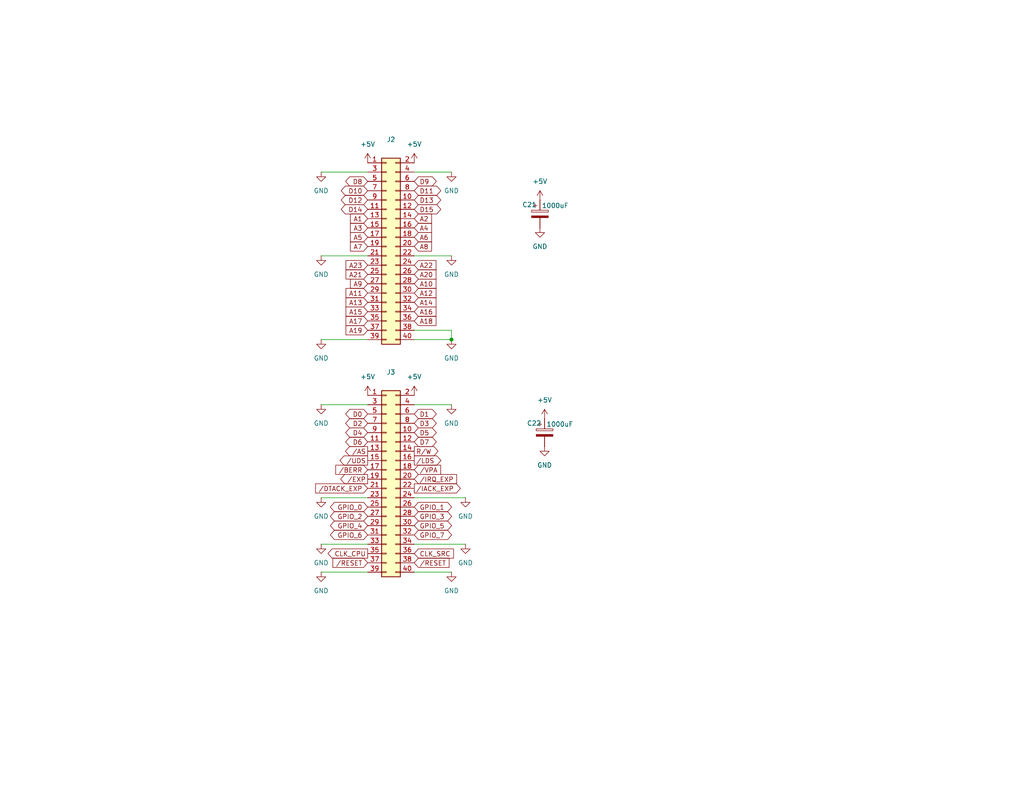
<source format=kicad_sch>
(kicad_sch (version 20231120) (generator "eeschema") (generator_version "8.0")
  (paper "A")
  (lib_symbols
    (symbol "Connector_Generic:Conn_02x20_Odd_Even" (pin_names (offset 1.016) hide)
      (property "Reference" "J" (at 1.27 25.4 0))
      (property "Value" "Conn_02x20_Odd_Even" (at 1.27 -27.94 0))
      (symbol "Conn_02x20_Odd_Even_1_1"
        (rectangle (start -1.27 -25.273) (end 0 -25.527) (stroke (width 0.1524)))
        (rectangle (start -1.27 -22.733) (end 0 -22.987) (stroke (width 0.1524)))
        (rectangle (start -1.27 -20.193) (end 0 -20.447) (stroke (width 0.1524)))
        (rectangle (start -1.27 -17.653) (end 0 -17.907) (stroke (width 0.1524)))
        (rectangle (start -1.27 -15.113) (end 0 -15.367) (stroke (width 0.1524)))
        (rectangle (start -1.27 -12.573) (end 0 -12.827) (stroke (width 0.1524)))
        (rectangle (start -1.27 -10.033) (end 0 -10.287) (stroke (width 0.1524)))
        (rectangle (start -1.27 -7.493) (end 0 -7.747) (stroke (width 0.1524)))
        (rectangle (start -1.27 -4.953) (end 0 -5.207) (stroke (width 0.1524)))
        (rectangle (start -1.27 -2.413) (end 0 -2.667) (stroke (width 0.1524)))
        (rectangle (start -1.27 0.127) (end 0 -0.127) (stroke (width 0.1524)))
        (rectangle (start -1.27 2.667) (end 0 2.413) (stroke (width 0.1524)))
        (rectangle (start -1.27 5.207) (end 0 4.953) (stroke (width 0.1524)))
        (rectangle (start -1.27 7.747) (end 0 7.493) (stroke (width 0.1524)))
        (rectangle (start -1.27 10.287) (end 0 10.033) (stroke (width 0.1524)))
        (rectangle (start -1.27 12.827) (end 0 12.573) (stroke (width 0.1524)))
        (rectangle (start -1.27 15.367) (end 0 15.113) (stroke (width 0.1524)))
        (rectangle (start -1.27 17.907) (end 0 17.653) (stroke (width 0.1524)))
        (rectangle (start -1.27 20.447) (end 0 20.193) (stroke (width 0.1524)))
        (rectangle (start -1.27 22.987) (end 0 22.733) (stroke (width 0.1524)))
        (rectangle (start -1.27 24.13) (end 3.81 -26.67) (stroke (width 0.254)) (fill (type background)))
        (rectangle (start 3.81 -25.273) (end 2.54 -25.527) (stroke (width 0.1524)))
        (rectangle (start 3.81 -22.733) (end 2.54 -22.987) (stroke (width 0.1524)))
        (rectangle (start 3.81 -20.193) (end 2.54 -20.447) (stroke (width 0.1524)))
        (rectangle (start 3.81 -17.653) (end 2.54 -17.907) (stroke (width 0.1524)))
        (rectangle (start 3.81 -15.113) (end 2.54 -15.367) (stroke (width 0.1524)))
        (rectangle (start 3.81 -12.573) (end 2.54 -12.827) (stroke (width 0.1524)))
        (rectangle (start 3.81 -10.033) (end 2.54 -10.287) (stroke (width 0.1524)))
        (rectangle (start 3.81 -7.493) (end 2.54 -7.747) (stroke (width 0.1524)))
        (rectangle (start 3.81 -4.953) (end 2.54 -5.207) (stroke (width 0.1524)))
        (rectangle (start 3.81 -2.413) (end 2.54 -2.667) (stroke (width 0.1524)))
        (rectangle (start 3.81 0.127) (end 2.54 -0.127) (stroke (width 0.1524)))
        (rectangle (start 3.81 2.667) (end 2.54 2.413) (stroke (width 0.1524)))
        (rectangle (start 3.81 5.207) (end 2.54 4.953) (stroke (width 0.1524)))
        (rectangle (start 3.81 7.747) (end 2.54 7.493) (stroke (width 0.1524)))
        (rectangle (start 3.81 10.287) (end 2.54 10.033) (stroke (width 0.1524)))
        (rectangle (start 3.81 12.827) (end 2.54 12.573) (stroke (width 0.1524)))
        (rectangle (start 3.81 15.367) (end 2.54 15.113) (stroke (width 0.1524)))
        (rectangle (start 3.81 17.907) (end 2.54 17.653) (stroke (width 0.1524)))
        (rectangle (start 3.81 20.447) (end 2.54 20.193) (stroke (width 0.1524)))
        (rectangle (start 3.81 22.987) (end 2.54 22.733) (stroke (width 0.1524)))
        (pin passive line (at -5.08 22.86 0) (length 3.81) (name "Pin_1") (number "1"))
        (pin passive line (at 7.62 12.7 180) (length 3.81) (name "Pin_10") (number "10"))
        (pin passive line (at -5.08 10.16 0) (length 3.81) (name "Pin_11") (number "11"))
        (pin passive line (at 7.62 10.16 180) (length 3.81) (name "Pin_12") (number "12"))
        (pin passive line (at -5.08 7.62 0) (length 3.81) (name "Pin_13") (number "13"))
        (pin passive line (at 7.62 7.62 180) (length 3.81) (name "Pin_14") (number "14"))
        (pin passive line (at -5.08 5.08 0) (length 3.81) (name "Pin_15") (number "15"))
        (pin passive line (at 7.62 5.08 180) (length 3.81) (name "Pin_16") (number "16"))
        (pin passive line (at -5.08 2.54 0) (length 3.81) (name "Pin_17") (number "17"))
        (pin passive line (at 7.62 2.54 180) (length 3.81) (name "Pin_18") (number "18"))
        (pin passive line (at -5.08 0 0) (length 3.81) (name "Pin_19") (number "19"))
        (pin passive line (at 7.62 22.86 180) (length 3.81) (name "Pin_2") (number "2"))
        (pin passive line (at 7.62 0 180) (length 3.81) (name "Pin_20") (number "20"))
        (pin passive line (at -5.08 -2.54 0) (length 3.81) (name "Pin_21") (number "21"))
        (pin passive line (at 7.62 -2.54 180) (length 3.81) (name "Pin_22") (number "22"))
        (pin passive line (at -5.08 -5.08 0) (length 3.81) (name "Pin_23") (number "23"))
        (pin passive line (at 7.62 -5.08 180) (length 3.81) (name "Pin_24") (number "24"))
        (pin passive line (at -5.08 -7.62 0) (length 3.81) (name "Pin_25") (number "25"))
        (pin passive line (at 7.62 -7.62 180) (length 3.81) (name "Pin_26") (number "26"))
        (pin passive line (at -5.08 -10.16 0) (length 3.81) (name "Pin_27") (number "27"))
        (pin passive line (at 7.62 -10.16 180) (length 3.81) (name "Pin_28") (number "28"))
        (pin passive line (at -5.08 -12.7 0) (length 3.81) (name "Pin_29") (number "29"))
        (pin passive line (at -5.08 20.32 0) (length 3.81) (name "Pin_3") (number "3"))
        (pin passive line (at 7.62 -12.7 180) (length 3.81) (name "Pin_30") (number "30"))
        (pin passive line (at -5.08 -15.24 0) (length 3.81) (name "Pin_31") (number "31"))
        (pin passive line (at 7.62 -15.24 180) (length 3.81) (name "Pin_32") (number "32"))
        (pin passive line (at -5.08 -17.78 0) (length 3.81) (name "Pin_33") (number "33"))
        (pin passive line (at 7.62 -17.78 180) (length 3.81) (name "Pin_34") (number "34"))
        (pin passive line (at -5.08 -20.32 0) (length 3.81) (name "Pin_35") (number "35"))
        (pin passive line (at 7.62 -20.32 180) (length 3.81) (name "Pin_36") (number "36"))
        (pin passive line (at -5.08 -22.86 0) (length 3.81) (name "Pin_37") (number "37"))
        (pin passive line (at 7.62 -22.86 180) (length 3.81) (name "Pin_38") (number "38"))
        (pin passive line (at -5.08 -25.4 0) (length 3.81) (name "Pin_39") (number "39"))
        (pin passive line (at 7.62 20.32 180) (length 3.81) (name "Pin_4") (number "4"))
        (pin passive line (at 7.62 -25.4 180) (length 3.81) (name "Pin_40") (number "40"))
        (pin passive line (at -5.08 17.78 0) (length 3.81) (name "Pin_5") (number "5"))
        (pin passive line (at 7.62 17.78 180) (length 3.81) (name "Pin_6") (number "6"))
        (pin passive line (at -5.08 15.24 0) (length 3.81) (name "Pin_7") (number "7"))
        (pin passive line (at 7.62 15.24 180) (length 3.81) (name "Pin_8") (number "8"))
        (pin passive line (at -5.08 12.7 0) (length 3.81) (name "Pin_9") (number "9"))
      )
    )
    (symbol "Device:C_Polarized" (pin_numbers hide) (pin_names (offset 0.254))
      (property "Reference" "C" (at 0.635 2.54 0))
      (property "Value" "C_Polarized" (at 0.635 -2.54 0))
      (symbol "C_Polarized_0_1"
        (rectangle (start -2.286 0.508) (end 2.286 1.016))
        (polyline (pts (xy -1.778 2.286) (xy -0.762 2.286)))
        (polyline (pts (xy -1.27 2.794) (xy -1.27 1.778)))
        (rectangle (start 2.286 -0.508) (end -2.286 -1.016) (fill (type outline)))
      )
      (symbol "C_Polarized_1_1"
        (pin passive line (at 0 3.81 270) (length 2.794) (name "~") (number "1"))
        (pin passive line (at 0 -3.81 90) (length 2.794) (name "~") (number "2"))
      )
    )
    (symbol "power:+5V" (power) (pin_numbers hide) (pin_names (offset 0) hide)
      (property "Value" "+5V" (at 0 3.556 0))
      (symbol "+5V_0_1"
        (polyline (pts (xy -0.762 1.27) (xy 0 2.54)))
        (polyline (pts (xy 0 0) (xy 0 2.54)))
        (polyline (pts (xy 0 2.54) (xy 0.762 1.27)))
      )
      (symbol "+5V_1_1"
        (pin power_in line (at 0 0 90) (length 0) (name "~") (number "1"))
      )
    )
    (symbol "power:GND" (power) (pin_numbers hide) (pin_names (offset 0) hide)
      (property "Value" "GND" (at 0 -3.81 0))
      (symbol "GND_0_1"
        (polyline (pts (xy 0 0) (xy 0 -1.27) (xy 1.27 -1.27) (xy 0 -2.54) (xy -1.27 -1.27) (xy 0 -1.27)))
      )
      (symbol "GND_1_1"
        (pin power_in line (at 0 0 270) (length 0) (name "~") (number "1"))
      )
    )
  )
  (junction (at 123.19 92.71))
  (wire (pts (xy 113.03 92.71) (xy 123.19 92.71)))
  (wire (pts (xy 113.03 135.89) (xy 127 135.89)))
  (wire (pts (xy 123.19 90.17) (xy 123.19 92.71)))
  (wire (pts (xy 87.63 135.89) (xy 100.33 135.89)))
  (wire (pts (xy 113.03 148.59) (xy 127 148.59)))
  (wire (pts (xy 113.03 69.85) (xy 123.19 69.85)))
  (wire (pts (xy 113.03 156.21) (xy 123.19 156.21)))
  (wire (pts (xy 87.63 69.85) (xy 100.33 69.85)))
  (wire (pts (xy 87.63 92.71) (xy 100.33 92.71)))
  (wire (pts (xy 113.03 46.99) (xy 123.19 46.99)))
  (wire (pts (xy 113.03 110.49) (xy 123.19 110.49)))
  (wire (pts (xy 87.63 148.59) (xy 100.33 148.59)))
  (wire (pts (xy 87.63 156.21) (xy 100.33 156.21)))
  (wire (pts (xy 87.63 110.49) (xy 100.33 110.49)))
  (wire (pts (xy 113.03 90.17) (xy 123.19 90.17)))
  (wire (pts (xy 87.63 46.99) (xy 100.33 46.99)))
  (global_label "{slash}LDS" (shape output) (at 113.03 125.73 0) (property "Intersheetrefs" "${INTERSHEET_REFS}" (effects (hide yes))))
  (global_label "{slash}VPA" (shape input) (at 113.03 128.27 0) (property "Intersheetrefs" "${INTERSHEET_REFS}" (effects (hide yes))))
  (global_label "A4" (shape input) (at 113.03 62.23 0) (property "Intersheetrefs" "${INTERSHEET_REFS}" (effects (hide yes))))
  (global_label "A17" (shape input) (at 100.33 87.63 180) (property "Intersheetrefs" "${INTERSHEET_REFS}" (effects (hide yes))))
  (global_label "{slash}DTACK_EXP" (shape input) (at 100.33 133.35 180) (property "Intersheetrefs" "${INTERSHEET_REFS}" (effects (hide yes))))
  (global_label "GPIO_1" (shape bidirectional) (at 113.03 138.43 0) (property "Intersheetrefs" "${INTERSHEET_REFS}" (effects (hide yes))))
  (global_label "D14" (shape bidirectional) (at 100.33 57.15 180) (property "Intersheetrefs" "${INTERSHEET_REFS}" (effects (hide yes))))
  (global_label "A23" (shape input) (at 100.33 72.39 180) (property "Intersheetrefs" "${INTERSHEET_REFS}" (effects (hide yes))))
  (global_label "D10" (shape bidirectional) (at 100.33 52.07 180) (property "Intersheetrefs" "${INTERSHEET_REFS}" (effects (hide yes))))
  (global_label "A9" (shape input) (at 100.33 77.47 180) (property "Intersheetrefs" "${INTERSHEET_REFS}" (effects (hide yes))))
  (global_label "A10" (shape input) (at 113.03 77.47 0) (property "Intersheetrefs" "${INTERSHEET_REFS}" (effects (hide yes))))
  (global_label "A3" (shape input) (at 100.33 62.23 180) (property "Intersheetrefs" "${INTERSHEET_REFS}" (effects (hide yes))))
  (global_label "CLK_SRC" (shape input) (at 113.03 151.13 0) (property "Intersheetrefs" "${INTERSHEET_REFS}" (effects (hide yes))))
  (global_label "A13" (shape input) (at 100.33 82.55 180) (property "Intersheetrefs" "${INTERSHEET_REFS}" (effects (hide yes))))
  (global_label "{slash}IRQ_EXP" (shape input) (at 113.03 130.81 0) (property "Intersheetrefs" "${INTERSHEET_REFS}" (effects (hide yes))))
  (global_label "GPIO_0" (shape bidirectional) (at 100.33 138.43 180) (property "Intersheetrefs" "${INTERSHEET_REFS}" (effects (hide yes))))
  (global_label "GPIO_6" (shape bidirectional) (at 100.33 146.05 180) (property "Intersheetrefs" "${INTERSHEET_REFS}" (effects (hide yes))))
  (global_label "D1" (shape bidirectional) (at 113.03 113.03 0) (property "Intersheetrefs" "${INTERSHEET_REFS}" (effects (hide yes))))
  (global_label "GPIO_4" (shape bidirectional) (at 100.33 143.51 180) (property "Intersheetrefs" "${INTERSHEET_REFS}" (effects (hide yes))))
  (global_label "{slash}EXP" (shape output) (at 100.33 130.81 180) (property "Intersheetrefs" "${INTERSHEET_REFS}" (effects (hide yes))))
  (global_label "D12" (shape bidirectional) (at 100.33 54.61 180) (property "Intersheetrefs" "${INTERSHEET_REFS}" (effects (hide yes))))
  (global_label "A8" (shape input) (at 113.03 67.31 0) (property "Intersheetrefs" "${INTERSHEET_REFS}" (effects (hide yes))))
  (global_label "D6" (shape bidirectional) (at 100.33 120.65 180) (property "Intersheetrefs" "${INTERSHEET_REFS}" (effects (hide yes))))
  (global_label "A14" (shape input) (at 113.03 82.55 0) (property "Intersheetrefs" "${INTERSHEET_REFS}" (effects (hide yes))))
  (global_label "D0" (shape bidirectional) (at 100.33 113.03 180) (property "Intersheetrefs" "${INTERSHEET_REFS}" (effects (hide yes))))
  (global_label "A12" (shape input) (at 113.03 80.01 0) (property "Intersheetrefs" "${INTERSHEET_REFS}" (effects (hide yes))))
  (global_label "A15" (shape input) (at 100.33 85.09 180) (property "Intersheetrefs" "${INTERSHEET_REFS}" (effects (hide yes))))
  (global_label "D11" (shape bidirectional) (at 113.03 52.07 0) (property "Intersheetrefs" "${INTERSHEET_REFS}" (effects (hide yes))))
  (global_label "{slash}AS" (shape output) (at 100.33 123.19 180) (property "Intersheetrefs" "${INTERSHEET_REFS}" (effects (hide yes))))
  (global_label "D2" (shape bidirectional) (at 100.33 115.57 180) (property "Intersheetrefs" "${INTERSHEET_REFS}" (effects (hide yes))))
  (global_label "A2" (shape input) (at 113.03 59.69 0) (property "Intersheetrefs" "${INTERSHEET_REFS}" (effects (hide yes))))
  (global_label "A6" (shape input) (at 113.03 64.77 0) (property "Intersheetrefs" "${INTERSHEET_REFS}" (effects (hide yes))))
  (global_label "D9" (shape bidirectional) (at 113.03 49.53 0) (property "Intersheetrefs" "${INTERSHEET_REFS}" (effects (hide yes))))
  (global_label "{slash}IACK_EXP" (shape output) (at 113.03 133.35 0) (property "Intersheetrefs" "${INTERSHEET_REFS}" (effects (hide yes))))
  (global_label "D8" (shape bidirectional) (at 100.33 49.53 180) (property "Intersheetrefs" "${INTERSHEET_REFS}" (effects (hide yes))))
  (global_label "D13" (shape bidirectional) (at 113.03 54.61 0) (property "Intersheetrefs" "${INTERSHEET_REFS}" (effects (hide yes))))
  (global_label "D15" (shape bidirectional) (at 113.03 57.15 0) (property "Intersheetrefs" "${INTERSHEET_REFS}" (effects (hide yes))))
  (global_label "{slash}BERR" (shape input) (at 100.33 128.27 180) (property "Intersheetrefs" "${INTERSHEET_REFS}" (effects (hide yes))))
  (global_label "A20" (shape input) (at 113.03 74.93 0) (property "Intersheetrefs" "${INTERSHEET_REFS}" (effects (hide yes))))
  (global_label "GPIO_3" (shape bidirectional) (at 113.03 140.97 0) (property "Intersheetrefs" "${INTERSHEET_REFS}" (effects (hide yes))))
  (global_label "{slash}RESET" (shape input) (at 100.33 153.67 180) (property "Intersheetrefs" "${INTERSHEET_REFS}" (effects (hide yes))))
  (global_label "D5" (shape bidirectional) (at 113.03 118.11 0) (property "Intersheetrefs" "${INTERSHEET_REFS}" (effects (hide yes))))
  (global_label "GPIO_7" (shape bidirectional) (at 113.03 146.05 0) (property "Intersheetrefs" "${INTERSHEET_REFS}" (effects (hide yes))))
  (global_label "A21" (shape input) (at 100.33 74.93 180) (property "Intersheetrefs" "${INTERSHEET_REFS}" (effects (hide yes))))
  (global_label "D3" (shape bidirectional) (at 113.03 115.57 0) (property "Intersheetrefs" "${INTERSHEET_REFS}" (effects (hide yes))))
  (global_label "GPIO_5" (shape bidirectional) (at 113.03 143.51 0) (property "Intersheetrefs" "${INTERSHEET_REFS}" (effects (hide yes))))
  (global_label "A22" (shape input) (at 113.03 72.39 0) (property "Intersheetrefs" "${INTERSHEET_REFS}" (effects (hide yes))))
  (global_label "A11" (shape input) (at 100.33 80.01 180) (property "Intersheetrefs" "${INTERSHEET_REFS}" (effects (hide yes))))
  (global_label "A1" (shape input) (at 100.33 59.69 180) (property "Intersheetrefs" "${INTERSHEET_REFS}" (effects (hide yes))))
  (global_label "GPIO_2" (shape bidirectional) (at 100.33 140.97 180) (property "Intersheetrefs" "${INTERSHEET_REFS}" (effects (hide yes))))
  (global_label "D7" (shape bidirectional) (at 113.03 120.65 0) (property "Intersheetrefs" "${INTERSHEET_REFS}" (effects (hide yes))))
  (global_label "A18" (shape input) (at 113.03 87.63 0) (property "Intersheetrefs" "${INTERSHEET_REFS}" (effects (hide yes))))
  (global_label "A7" (shape input) (at 100.33 67.31 180) (property "Intersheetrefs" "${INTERSHEET_REFS}" (effects (hide yes))))
  (global_label "A5" (shape input) (at 100.33 64.77 180) (property "Intersheetrefs" "${INTERSHEET_REFS}" (effects (hide yes))))
  (global_label "D4" (shape bidirectional) (at 100.33 118.11 180) (property "Intersheetrefs" "${INTERSHEET_REFS}" (effects (hide yes))))
  (global_label "A19" (shape input) (at 100.33 90.17 180) (property "Intersheetrefs" "${INTERSHEET_REFS}" (effects (hide yes))))
  (global_label "{slash}UDS" (shape output) (at 100.33 125.73 180) (property "Intersheetrefs" "${INTERSHEET_REFS}" (effects (hide yes))))
  (global_label "R{slash}W" (shape output) (at 113.03 123.19 0) (property "Intersheetrefs" "${INTERSHEET_REFS}" (effects (hide yes))))
  (global_label "A16" (shape input) (at 113.03 85.09 0) (property "Intersheetrefs" "${INTERSHEET_REFS}" (effects (hide yes))))
  (global_label "{slash}RESET" (shape input) (at 113.03 153.67 0) (property "Intersheetrefs" "${INTERSHEET_REFS}" (effects (hide yes))))
  (global_label "CLK_CPU" (shape output) (at 100.33 151.13 180) (property "Intersheetrefs" "${INTERSHEET_REFS}" (effects (hide yes))))
  (symbol (lib_id "power:GND") (at 123.19 46.99 0) (unit 1)
    (property "Reference" "#PWR074" (effects (hide yes)))
    (property "Value" "GND" (at 123.19 52.07 0))
    (property "Description" "Power symbol creates a global label with name \"GND\" , ground" (effects (hide yes)))
  )
  (symbol (lib_id "power:GND") (at 127 135.89 0) (unit 1)
    (property "Reference" "#PWR090" (effects (hide yes)))
    (property "Value" "GND" (at 127 140.97 0))
    (property "Description" "Power symbol creates a global label with name \"GND\" , ground" (effects (hide yes)))
  )
  (symbol (lib_id "power:+5V") (at 100.33 107.95 0) (unit 1)
    (property "Reference" "#PWR081" (effects (hide yes)))
    (property "Value" "+5V" (at 100.33 102.87 0))
    (property "Description" "Power symbol creates a global label with name \"+5V\"" (effects (hide yes)))
  )
  (symbol (lib_id "power:GND") (at 123.19 92.71 0) (unit 1)
    (property "Reference" "#PWR078" (effects (hide yes)))
    (property "Value" "GND" (at 123.19 97.79 0))
    (property "Description" "Power symbol creates a global label with name \"GND\" , ground" (effects (hide yes)))
  )
  (symbol (lib_id "power:+5V") (at 113.03 44.45 0) (unit 1)
    (property "Reference" "#PWR072" (effects (hide yes)))
    (property "Value" "+5V" (at 113.03 39.37 0))
    (property "Description" "Power symbol creates a global label with name \"+5V\"" (effects (hide yes)))
  )
  (symbol (lib_id "power:+5V") (at 148.59 114.3 0) (unit 1)
    (property "Reference" "#PWR087" (effects (hide yes)))
    (property "Value" "+5V" (at 148.59 109.22 0))
    (property "Description" "Power symbol creates a global label with name \"+5V\"" (effects (hide yes)))
  )
  (symbol (lib_id "power:+5V") (at 113.03 107.95 0) (unit 1)
    (property "Reference" "#PWR082" (effects (hide yes)))
    (property "Value" "+5V" (at 113.03 102.87 0))
    (property "Description" "Power symbol creates a global label with name \"+5V\"" (effects (hide yes)))
  )
  (symbol (lib_id "power:GND") (at 147.32 62.23 0) (unit 1)
    (property "Reference" "#PWR086" (effects (hide yes)))
    (property "Value" "GND" (at 147.32 67.31 0))
    (property "Description" "Power symbol creates a global label with name \"GND\" , ground" (effects (hide yes)))
  )
  (symbol (lib_id "Connector_Generic:Conn_02x20_Odd_Even") (at 105.41 67.31 0) (unit 1)
    (property "Reference" "J2" (at 106.68 38.1 0))
    (property "Value" "Conn_02x20_Odd_Even" (effects (hide yes)))
    (property "Footprint" "Connector_IDC:IDC-Header_2x20_P2.54mm_Vertical" (effects (hide yes)))
    (property "Description" "Generic connector, double row, 02x20, odd/even pin numbering scheme (row 1 odd numbers, row 2 even numbers), script generated (kicad-library-utils/schlib/autogen/connector/)" (effects (hide yes)))
  )
  (symbol (lib_id "power:GND") (at 123.19 156.21 0) (unit 1)
    (property "Reference" "#PWR084" (effects (hide yes)))
    (property "Value" "GND" (at 123.19 161.29 0))
    (property "Description" "Power symbol creates a global label with name \"GND\" , ground" (effects (hide yes)))
  )
  (symbol (lib_id "power:GND") (at 123.19 110.49 0) (unit 1)
    (property "Reference" "#PWR080" (effects (hide yes)))
    (property "Value" "GND" (at 123.19 115.57 0))
    (property "Description" "Power symbol creates a global label with name \"GND\" , ground" (effects (hide yes)))
  )
  (symbol (lib_id "power:+5V") (at 147.32 54.61 0) (unit 1)
    (property "Reference" "#PWR085" (effects (hide yes)))
    (property "Value" "+5V" (at 147.32 49.53 0))
    (property "Description" "Power symbol creates a global label with name \"+5V\"" (effects (hide yes)))
  )
  (symbol (lib_id "power:GND") (at 87.63 92.71 0) (unit 1)
    (property "Reference" "#PWR077" (effects (hide yes)))
    (property "Value" "GND" (at 87.63 97.79 0))
    (property "Description" "Power symbol creates a global label with name \"GND\" , ground" (effects (hide yes)))
  )
  (symbol (lib_id "power:GND") (at 87.63 156.21 0) (unit 1)
    (property "Reference" "#PWR083" (effects (hide yes)))
    (property "Value" "GND" (at 87.63 161.29 0))
    (property "Description" "Power symbol creates a global label with name \"GND\" , ground" (effects (hide yes)))
  )
  (symbol (lib_id "power:GND") (at 123.19 69.85 0) (unit 1)
    (property "Reference" "#PWR076" (effects (hide yes)))
    (property "Value" "GND" (at 123.19 74.93 0))
    (property "Description" "Power symbol creates a global label with name \"GND\" , ground" (effects (hide yes)))
  )
  (symbol (lib_id "power:GND") (at 87.63 110.49 0) (unit 1)
    (property "Reference" "#PWR079" (effects (hide yes)))
    (property "Value" "GND" (at 87.63 115.57 0))
    (property "Description" "Power symbol creates a global label with name \"GND\" , ground" (effects (hide yes)))
  )
  (symbol (lib_id "Device:C_Polarized") (at 147.32 58.42 0) (unit 1)
    (property "Reference" "C21" (at 142.494 55.88 0) (effects (justify left)))
    (property "Value" "1000uF" (at 147.828 56.134 0) (effects (justify left)))
    (property "Footprint" "Capacitor_THT:CP_Radial_D8.0mm_P3.50mm" (effects (hide yes)))
    (property "Description" "Polarized capacitor" (effects (hide yes)))
  )
  (symbol (lib_id "power:+5V") (at 100.33 44.45 0) (unit 1)
    (property "Reference" "#PWR071" (effects (hide yes)))
    (property "Value" "+5V" (at 100.33 39.37 0))
    (property "Description" "Power symbol creates a global label with name \"+5V\"" (effects (hide yes)))
  )
  (symbol (lib_id "power:GND") (at 87.63 148.59 0) (unit 1)
    (property "Reference" "#PWR091" (effects (hide yes)))
    (property "Value" "GND" (at 87.63 153.67 0))
    (property "Description" "Power symbol creates a global label with name \"GND\" , ground" (effects (hide yes)))
  )
  (symbol (lib_id "power:GND") (at 87.63 69.85 0) (unit 1)
    (property "Reference" "#PWR075" (effects (hide yes)))
    (property "Value" "GND" (at 87.63 74.93 0))
    (property "Description" "Power symbol creates a global label with name \"GND\" , ground" (effects (hide yes)))
  )
  (symbol (lib_id "Connector_Generic:Conn_02x20_Odd_Even") (at 105.41 130.81 0) (unit 1)
    (property "Reference" "J3" (at 106.68 101.6 0))
    (property "Value" "Conn_02x20_Odd_Even" (effects (hide yes)))
    (property "Footprint" "Connector_IDC:IDC-Header_2x20_P2.54mm_Vertical" (effects (hide yes)))
    (property "Description" "Generic connector, double row, 02x20, odd/even pin numbering scheme (row 1 odd numbers, row 2 even numbers), script generated (kicad-library-utils/schlib/autogen/connector/)" (effects (hide yes)))
  )
  (symbol (lib_id "power:GND") (at 87.63 135.89 0) (unit 1)
    (property "Reference" "#PWR089" (effects (hide yes)))
    (property "Value" "GND" (at 87.63 140.97 0))
    (property "Description" "Power symbol creates a global label with name \"GND\" , ground" (effects (hide yes)))
  )
  (symbol (lib_id "power:GND") (at 87.63 46.99 0) (unit 1)
    (property "Reference" "#PWR073" (effects (hide yes)))
    (property "Value" "GND" (at 87.63 52.07 0))
    (property "Description" "Power symbol creates a global label with name \"GND\" , ground" (effects (hide yes)))
  )
  (symbol (lib_id "Device:C_Polarized") (at 148.59 118.11 0) (unit 1)
    (property "Reference" "C22" (at 143.764 115.57 0) (effects (justify left)))
    (property "Value" "1000uF" (at 149.098 115.824 0) (effects (justify left)))
    (property "Footprint" "Capacitor_THT:CP_Radial_D8.0mm_P3.50mm" (effects (hide yes)))
    (property "Description" "Polarized capacitor" (effects (hide yes)))
  )
  (symbol (lib_id "power:GND") (at 148.59 121.92 0) (unit 1)
    (property "Reference" "#PWR088" (effects (hide yes)))
    (property "Value" "GND" (at 148.59 127 0))
    (property "Description" "Power symbol creates a global label with name \"GND\" , ground" (effects (hide yes)))
  )
  (symbol (lib_id "power:GND") (at 127 148.59 0) (unit 1)
    (property "Reference" "#PWR092" (effects (hide yes)))
    (property "Value" "GND" (at 127 153.67 0))
    (property "Description" "Power symbol creates a global label with name \"GND\" , ground" (effects (hide yes)))
  )
)
</source>
